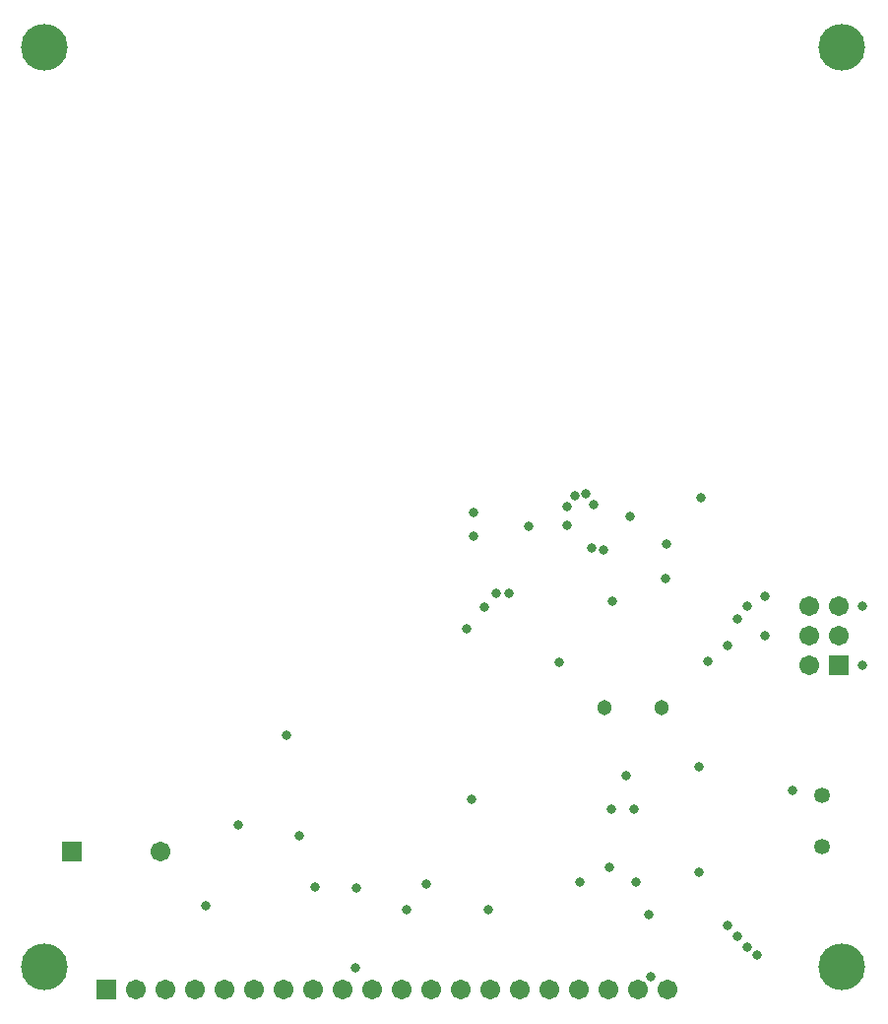
<source format=gbs>
%FSLAX25Y25*%
%MOIN*%
G70*
G01*
G75*
G04 Layer_Color=16711935*
%ADD10R,0.04134X0.05118*%
%ADD11R,0.05118X0.04134*%
%ADD12R,0.10000X0.10000*%
%ADD13R,0.09055X0.01969*%
%ADD14R,0.09843X0.07874*%
%ADD15O,0.02362X0.07677*%
%ADD16O,0.07677X0.02362*%
%ADD17R,0.01400X0.06000*%
%ADD18C,0.03937*%
%ADD19C,0.01500*%
%ADD20C,0.03000*%
%ADD21C,0.01000*%
%ADD22R,0.05906X0.05906*%
%ADD23C,0.05906*%
%ADD24R,0.05906X0.05906*%
%ADD25C,0.05906*%
%ADD26C,0.04331*%
%ADD27R,0.05906X0.05906*%
%ADD28C,0.04500*%
%ADD29C,0.15000*%
%ADD30C,0.02400*%
%ADD31C,0.00787*%
%ADD32C,0.02000*%
%ADD33C,0.02362*%
%ADD34C,0.00984*%
%ADD35C,0.00200*%
%ADD36C,0.00800*%
%ADD37C,0.01200*%
%ADD38C,0.00591*%
%ADD39R,0.03607X0.07933*%
%ADD40R,0.04934X0.05918*%
%ADD41R,0.05918X0.04934*%
%ADD42R,0.10800X0.10800*%
%ADD43R,0.09855X0.02769*%
%ADD44R,0.10642X0.08674*%
%ADD45O,0.03162X0.08477*%
%ADD46O,0.08477X0.03162*%
%ADD47R,0.02200X0.06800*%
%ADD48C,0.04737*%
%ADD49R,0.06706X0.06706*%
%ADD50C,0.06706*%
%ADD51R,0.06706X0.06706*%
%ADD52C,0.06706*%
%ADD53C,0.05131*%
%ADD54R,0.06706X0.06706*%
%ADD55C,0.05300*%
%ADD56C,0.15800*%
%ADD57C,0.03200*%
D49*
X383869Y216935D02*
D03*
D50*
X373869D02*
D03*
X383869Y226935D02*
D03*
X373869D02*
D03*
X383869Y236935D02*
D03*
X373869D02*
D03*
X146075Y107355D02*
D03*
X156075D02*
D03*
X166075D02*
D03*
X176075D02*
D03*
X186075D02*
D03*
X196075D02*
D03*
X206075D02*
D03*
X216075D02*
D03*
X226075D02*
D03*
X236075D02*
D03*
X246075D02*
D03*
X256075D02*
D03*
X266075D02*
D03*
X276075D02*
D03*
X286075D02*
D03*
X296075D02*
D03*
X306075D02*
D03*
X316075D02*
D03*
X326075D02*
D03*
D51*
X124220Y153930D02*
D03*
D52*
X154220D02*
D03*
D53*
X323839Y202848D02*
D03*
X304627D02*
D03*
D54*
X136075Y107355D02*
D03*
D55*
X378382Y155621D02*
D03*
Y172944D02*
D03*
D56*
X385000Y425994D02*
D03*
X115000D02*
D03*
Y115000D02*
D03*
X385000D02*
D03*
D57*
X368398Y174724D02*
D03*
X265421Y134314D02*
D03*
X244192Y143030D02*
D03*
X237604Y134510D02*
D03*
X319493Y132899D02*
D03*
X306134Y148869D02*
D03*
X296363Y143905D02*
D03*
X315380D02*
D03*
X312057Y179837D02*
D03*
X314557Y168376D02*
D03*
X307057Y168267D02*
D03*
X339654Y218428D02*
D03*
X289212Y218196D02*
D03*
X392065Y236935D02*
D03*
X391921Y216935D02*
D03*
X359044Y226935D02*
D03*
Y240325D02*
D03*
X325183Y246554D02*
D03*
X337377Y273856D02*
D03*
X260275Y268810D02*
D03*
X260306Y260882D02*
D03*
X279086Y264247D02*
D03*
X292083Y264376D02*
D03*
X292039Y270676D02*
D03*
X313250Y267526D02*
D03*
X325535Y258077D02*
D03*
X272323Y241559D02*
D03*
X267768Y241368D02*
D03*
X298298Y274976D02*
D03*
X294518Y274574D02*
D03*
X301096Y271266D02*
D03*
X257985Y229345D02*
D03*
X264035Y236799D02*
D03*
X300425Y256632D02*
D03*
X304322Y256100D02*
D03*
X259616Y171811D02*
D03*
X336704Y182595D02*
D03*
X336701Y147195D02*
D03*
X320431Y111882D02*
D03*
X307197Y238614D02*
D03*
X346143Y128971D02*
D03*
X349764Y125375D02*
D03*
X353023Y121780D02*
D03*
Y236935D02*
D03*
X349764Y232723D02*
D03*
X346143Y223757D02*
D03*
X356160Y119080D02*
D03*
X220223Y114865D02*
D03*
X220691Y141594D02*
D03*
X206685Y142110D02*
D03*
X196964Y193440D02*
D03*
X201109Y159447D02*
D03*
X180622Y162925D02*
D03*
X169492Y135594D02*
D03*
M02*

</source>
